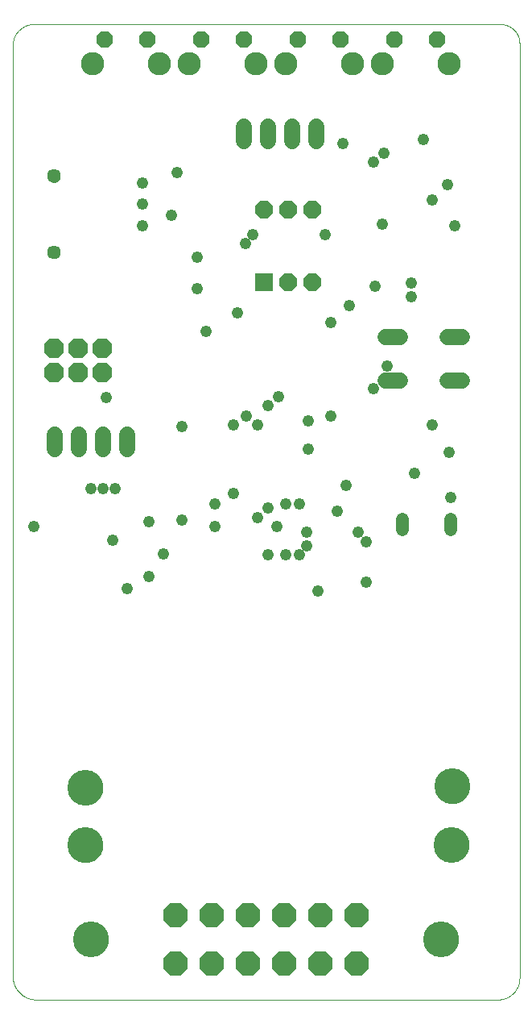
<source format=gbs>
G75*
%MOIN*%
%OFA0B0*%
%FSLAX25Y25*%
%IPPOS*%
%LPD*%
%AMOC8*
5,1,8,0,0,1.08239X$1,22.5*
%
%ADD10C,0.00000*%
%ADD11C,0.14800*%
%ADD12R,0.07200X0.07200*%
%ADD13OC8,0.07200*%
%ADD14C,0.06800*%
%ADD15C,0.05200*%
%ADD16OC8,0.06800*%
%ADD17C,0.09650*%
%ADD18OC8,0.08200*%
%ADD19OC8,0.10249*%
%ADD20C,0.06737*%
%ADD21C,0.05721*%
%ADD22C,0.04800*%
D10*
X0032652Y0010767D02*
X0032652Y0395526D01*
X0032651Y0395526D02*
X0032654Y0395737D01*
X0032661Y0395947D01*
X0032674Y0396158D01*
X0032692Y0396368D01*
X0032715Y0396577D01*
X0032743Y0396786D01*
X0032775Y0396994D01*
X0032813Y0397201D01*
X0032856Y0397408D01*
X0032904Y0397613D01*
X0032957Y0397817D01*
X0033015Y0398019D01*
X0033078Y0398221D01*
X0033145Y0398420D01*
X0033218Y0398618D01*
X0033295Y0398814D01*
X0033377Y0399008D01*
X0033463Y0399201D01*
X0033554Y0399391D01*
X0033650Y0399578D01*
X0033750Y0399764D01*
X0033855Y0399947D01*
X0033964Y0400127D01*
X0034077Y0400305D01*
X0034195Y0400480D01*
X0034316Y0400651D01*
X0034442Y0400820D01*
X0034572Y0400986D01*
X0034706Y0401149D01*
X0034844Y0401308D01*
X0034986Y0401464D01*
X0035131Y0401617D01*
X0035280Y0401766D01*
X0035433Y0401911D01*
X0035589Y0402053D01*
X0035748Y0402191D01*
X0035911Y0402325D01*
X0036077Y0402455D01*
X0036246Y0402581D01*
X0036417Y0402702D01*
X0036592Y0402820D01*
X0036770Y0402933D01*
X0036950Y0403042D01*
X0037133Y0403147D01*
X0037319Y0403247D01*
X0037506Y0403343D01*
X0037696Y0403434D01*
X0037889Y0403520D01*
X0038083Y0403602D01*
X0038279Y0403679D01*
X0038477Y0403752D01*
X0038676Y0403819D01*
X0038878Y0403882D01*
X0039080Y0403940D01*
X0039284Y0403993D01*
X0039489Y0404041D01*
X0039696Y0404084D01*
X0039903Y0404122D01*
X0040111Y0404154D01*
X0040320Y0404182D01*
X0040529Y0404205D01*
X0040739Y0404223D01*
X0040950Y0404236D01*
X0041160Y0404243D01*
X0041371Y0404246D01*
X0041371Y0404245D02*
X0234687Y0404245D01*
X0234878Y0404243D01*
X0235068Y0404236D01*
X0235258Y0404224D01*
X0235448Y0404208D01*
X0235638Y0404188D01*
X0235826Y0404162D01*
X0236015Y0404132D01*
X0236202Y0404098D01*
X0236389Y0404059D01*
X0236574Y0404016D01*
X0236759Y0403968D01*
X0236942Y0403916D01*
X0237124Y0403859D01*
X0237304Y0403798D01*
X0237483Y0403733D01*
X0237661Y0403663D01*
X0237836Y0403589D01*
X0238010Y0403511D01*
X0238182Y0403428D01*
X0238352Y0403342D01*
X0238519Y0403251D01*
X0238685Y0403156D01*
X0238848Y0403058D01*
X0239009Y0402955D01*
X0239167Y0402849D01*
X0239322Y0402739D01*
X0239475Y0402625D01*
X0239625Y0402508D01*
X0239772Y0402386D01*
X0239916Y0402262D01*
X0240057Y0402134D01*
X0240195Y0402002D01*
X0240330Y0401867D01*
X0240462Y0401729D01*
X0240590Y0401588D01*
X0240714Y0401444D01*
X0240836Y0401297D01*
X0240953Y0401147D01*
X0241067Y0400994D01*
X0241177Y0400839D01*
X0241283Y0400681D01*
X0241386Y0400520D01*
X0241484Y0400357D01*
X0241579Y0400191D01*
X0241670Y0400024D01*
X0241756Y0399854D01*
X0241839Y0399682D01*
X0241917Y0399508D01*
X0241991Y0399333D01*
X0242061Y0399155D01*
X0242126Y0398976D01*
X0242187Y0398796D01*
X0242244Y0398614D01*
X0242296Y0398431D01*
X0242344Y0398246D01*
X0242387Y0398061D01*
X0242426Y0397874D01*
X0242460Y0397687D01*
X0242490Y0397498D01*
X0242516Y0397310D01*
X0242536Y0397120D01*
X0242552Y0396930D01*
X0242564Y0396740D01*
X0242571Y0396550D01*
X0242573Y0396359D01*
X0242573Y0009978D01*
X0242570Y0009761D01*
X0242563Y0009544D01*
X0242549Y0009328D01*
X0242531Y0009111D01*
X0242508Y0008896D01*
X0242479Y0008681D01*
X0242445Y0008466D01*
X0242406Y0008253D01*
X0242361Y0008041D01*
X0242312Y0007829D01*
X0242258Y0007619D01*
X0242198Y0007411D01*
X0242134Y0007204D01*
X0242064Y0006998D01*
X0241990Y0006794D01*
X0241910Y0006592D01*
X0241826Y0006393D01*
X0241737Y0006195D01*
X0241643Y0005999D01*
X0241545Y0005806D01*
X0241441Y0005615D01*
X0241334Y0005427D01*
X0241222Y0005241D01*
X0241105Y0005058D01*
X0240984Y0004878D01*
X0240858Y0004701D01*
X0240729Y0004527D01*
X0240595Y0004356D01*
X0240457Y0004189D01*
X0240315Y0004024D01*
X0240169Y0003864D01*
X0240020Y0003707D01*
X0239866Y0003553D01*
X0239709Y0003404D01*
X0239549Y0003258D01*
X0239384Y0003116D01*
X0239217Y0002978D01*
X0239046Y0002844D01*
X0238872Y0002715D01*
X0238695Y0002589D01*
X0238515Y0002468D01*
X0238332Y0002351D01*
X0238146Y0002239D01*
X0237958Y0002132D01*
X0237767Y0002028D01*
X0237574Y0001930D01*
X0237378Y0001836D01*
X0237180Y0001747D01*
X0236981Y0001663D01*
X0236779Y0001583D01*
X0236575Y0001509D01*
X0236369Y0001439D01*
X0236162Y0001375D01*
X0235954Y0001315D01*
X0235744Y0001261D01*
X0235532Y0001212D01*
X0235320Y0001167D01*
X0235107Y0001128D01*
X0234892Y0001094D01*
X0234677Y0001065D01*
X0234462Y0001042D01*
X0234245Y0001024D01*
X0234029Y0001010D01*
X0233812Y0001003D01*
X0233595Y0001000D01*
X0042418Y0001000D01*
X0042182Y0001003D01*
X0041946Y0001011D01*
X0041711Y0001026D01*
X0041475Y0001046D01*
X0041241Y0001071D01*
X0041007Y0001102D01*
X0040774Y0001139D01*
X0040541Y0001182D01*
X0040310Y0001230D01*
X0040081Y0001284D01*
X0039852Y0001343D01*
X0039625Y0001408D01*
X0039400Y0001478D01*
X0039176Y0001554D01*
X0038955Y0001635D01*
X0038735Y0001721D01*
X0038517Y0001813D01*
X0038302Y0001910D01*
X0038089Y0002012D01*
X0037879Y0002119D01*
X0037671Y0002231D01*
X0037467Y0002348D01*
X0037265Y0002470D01*
X0037066Y0002597D01*
X0036870Y0002729D01*
X0036677Y0002865D01*
X0036488Y0003006D01*
X0036302Y0003152D01*
X0036120Y0003302D01*
X0035941Y0003456D01*
X0035767Y0003615D01*
X0035596Y0003778D01*
X0035429Y0003945D01*
X0035266Y0004116D01*
X0035107Y0004290D01*
X0034953Y0004469D01*
X0034803Y0004651D01*
X0034657Y0004837D01*
X0034516Y0005026D01*
X0034380Y0005219D01*
X0034248Y0005415D01*
X0034121Y0005614D01*
X0033999Y0005816D01*
X0033882Y0006020D01*
X0033770Y0006228D01*
X0033663Y0006438D01*
X0033561Y0006651D01*
X0033464Y0006866D01*
X0033372Y0007084D01*
X0033286Y0007304D01*
X0033205Y0007525D01*
X0033129Y0007749D01*
X0033059Y0007974D01*
X0032994Y0008201D01*
X0032935Y0008430D01*
X0032881Y0008659D01*
X0032833Y0008890D01*
X0032790Y0009123D01*
X0032753Y0009356D01*
X0032722Y0009590D01*
X0032697Y0009824D01*
X0032677Y0010060D01*
X0032662Y0010295D01*
X0032654Y0010531D01*
X0032651Y0010767D01*
X0058152Y0026000D02*
X0058154Y0026172D01*
X0058160Y0026343D01*
X0058171Y0026515D01*
X0058186Y0026686D01*
X0058205Y0026857D01*
X0058228Y0027027D01*
X0058255Y0027197D01*
X0058287Y0027366D01*
X0058322Y0027534D01*
X0058362Y0027701D01*
X0058406Y0027867D01*
X0058453Y0028032D01*
X0058505Y0028196D01*
X0058561Y0028358D01*
X0058621Y0028519D01*
X0058685Y0028679D01*
X0058753Y0028837D01*
X0058824Y0028993D01*
X0058899Y0029147D01*
X0058979Y0029300D01*
X0059061Y0029450D01*
X0059148Y0029599D01*
X0059238Y0029745D01*
X0059332Y0029889D01*
X0059429Y0030031D01*
X0059530Y0030170D01*
X0059634Y0030307D01*
X0059741Y0030441D01*
X0059852Y0030572D01*
X0059965Y0030701D01*
X0060082Y0030827D01*
X0060202Y0030950D01*
X0060325Y0031070D01*
X0060451Y0031187D01*
X0060580Y0031300D01*
X0060711Y0031411D01*
X0060845Y0031518D01*
X0060982Y0031622D01*
X0061121Y0031723D01*
X0061263Y0031820D01*
X0061407Y0031914D01*
X0061553Y0032004D01*
X0061702Y0032091D01*
X0061852Y0032173D01*
X0062005Y0032253D01*
X0062159Y0032328D01*
X0062315Y0032399D01*
X0062473Y0032467D01*
X0062633Y0032531D01*
X0062794Y0032591D01*
X0062956Y0032647D01*
X0063120Y0032699D01*
X0063285Y0032746D01*
X0063451Y0032790D01*
X0063618Y0032830D01*
X0063786Y0032865D01*
X0063955Y0032897D01*
X0064125Y0032924D01*
X0064295Y0032947D01*
X0064466Y0032966D01*
X0064637Y0032981D01*
X0064809Y0032992D01*
X0064980Y0032998D01*
X0065152Y0033000D01*
X0065324Y0032998D01*
X0065495Y0032992D01*
X0065667Y0032981D01*
X0065838Y0032966D01*
X0066009Y0032947D01*
X0066179Y0032924D01*
X0066349Y0032897D01*
X0066518Y0032865D01*
X0066686Y0032830D01*
X0066853Y0032790D01*
X0067019Y0032746D01*
X0067184Y0032699D01*
X0067348Y0032647D01*
X0067510Y0032591D01*
X0067671Y0032531D01*
X0067831Y0032467D01*
X0067989Y0032399D01*
X0068145Y0032328D01*
X0068299Y0032253D01*
X0068452Y0032173D01*
X0068602Y0032091D01*
X0068751Y0032004D01*
X0068897Y0031914D01*
X0069041Y0031820D01*
X0069183Y0031723D01*
X0069322Y0031622D01*
X0069459Y0031518D01*
X0069593Y0031411D01*
X0069724Y0031300D01*
X0069853Y0031187D01*
X0069979Y0031070D01*
X0070102Y0030950D01*
X0070222Y0030827D01*
X0070339Y0030701D01*
X0070452Y0030572D01*
X0070563Y0030441D01*
X0070670Y0030307D01*
X0070774Y0030170D01*
X0070875Y0030031D01*
X0070972Y0029889D01*
X0071066Y0029745D01*
X0071156Y0029599D01*
X0071243Y0029450D01*
X0071325Y0029300D01*
X0071405Y0029147D01*
X0071480Y0028993D01*
X0071551Y0028837D01*
X0071619Y0028679D01*
X0071683Y0028519D01*
X0071743Y0028358D01*
X0071799Y0028196D01*
X0071851Y0028032D01*
X0071898Y0027867D01*
X0071942Y0027701D01*
X0071982Y0027534D01*
X0072017Y0027366D01*
X0072049Y0027197D01*
X0072076Y0027027D01*
X0072099Y0026857D01*
X0072118Y0026686D01*
X0072133Y0026515D01*
X0072144Y0026343D01*
X0072150Y0026172D01*
X0072152Y0026000D01*
X0072150Y0025828D01*
X0072144Y0025657D01*
X0072133Y0025485D01*
X0072118Y0025314D01*
X0072099Y0025143D01*
X0072076Y0024973D01*
X0072049Y0024803D01*
X0072017Y0024634D01*
X0071982Y0024466D01*
X0071942Y0024299D01*
X0071898Y0024133D01*
X0071851Y0023968D01*
X0071799Y0023804D01*
X0071743Y0023642D01*
X0071683Y0023481D01*
X0071619Y0023321D01*
X0071551Y0023163D01*
X0071480Y0023007D01*
X0071405Y0022853D01*
X0071325Y0022700D01*
X0071243Y0022550D01*
X0071156Y0022401D01*
X0071066Y0022255D01*
X0070972Y0022111D01*
X0070875Y0021969D01*
X0070774Y0021830D01*
X0070670Y0021693D01*
X0070563Y0021559D01*
X0070452Y0021428D01*
X0070339Y0021299D01*
X0070222Y0021173D01*
X0070102Y0021050D01*
X0069979Y0020930D01*
X0069853Y0020813D01*
X0069724Y0020700D01*
X0069593Y0020589D01*
X0069459Y0020482D01*
X0069322Y0020378D01*
X0069183Y0020277D01*
X0069041Y0020180D01*
X0068897Y0020086D01*
X0068751Y0019996D01*
X0068602Y0019909D01*
X0068452Y0019827D01*
X0068299Y0019747D01*
X0068145Y0019672D01*
X0067989Y0019601D01*
X0067831Y0019533D01*
X0067671Y0019469D01*
X0067510Y0019409D01*
X0067348Y0019353D01*
X0067184Y0019301D01*
X0067019Y0019254D01*
X0066853Y0019210D01*
X0066686Y0019170D01*
X0066518Y0019135D01*
X0066349Y0019103D01*
X0066179Y0019076D01*
X0066009Y0019053D01*
X0065838Y0019034D01*
X0065667Y0019019D01*
X0065495Y0019008D01*
X0065324Y0019002D01*
X0065152Y0019000D01*
X0064980Y0019002D01*
X0064809Y0019008D01*
X0064637Y0019019D01*
X0064466Y0019034D01*
X0064295Y0019053D01*
X0064125Y0019076D01*
X0063955Y0019103D01*
X0063786Y0019135D01*
X0063618Y0019170D01*
X0063451Y0019210D01*
X0063285Y0019254D01*
X0063120Y0019301D01*
X0062956Y0019353D01*
X0062794Y0019409D01*
X0062633Y0019469D01*
X0062473Y0019533D01*
X0062315Y0019601D01*
X0062159Y0019672D01*
X0062005Y0019747D01*
X0061852Y0019827D01*
X0061702Y0019909D01*
X0061553Y0019996D01*
X0061407Y0020086D01*
X0061263Y0020180D01*
X0061121Y0020277D01*
X0060982Y0020378D01*
X0060845Y0020482D01*
X0060711Y0020589D01*
X0060580Y0020700D01*
X0060451Y0020813D01*
X0060325Y0020930D01*
X0060202Y0021050D01*
X0060082Y0021173D01*
X0059965Y0021299D01*
X0059852Y0021428D01*
X0059741Y0021559D01*
X0059634Y0021693D01*
X0059530Y0021830D01*
X0059429Y0021969D01*
X0059332Y0022111D01*
X0059238Y0022255D01*
X0059148Y0022401D01*
X0059061Y0022550D01*
X0058979Y0022700D01*
X0058899Y0022853D01*
X0058824Y0023007D01*
X0058753Y0023163D01*
X0058685Y0023321D01*
X0058621Y0023481D01*
X0058561Y0023642D01*
X0058505Y0023804D01*
X0058453Y0023968D01*
X0058406Y0024133D01*
X0058362Y0024299D01*
X0058322Y0024466D01*
X0058287Y0024634D01*
X0058255Y0024803D01*
X0058228Y0024973D01*
X0058205Y0025143D01*
X0058186Y0025314D01*
X0058171Y0025485D01*
X0058160Y0025657D01*
X0058154Y0025828D01*
X0058152Y0026000D01*
X0055822Y0064839D02*
X0055824Y0065011D01*
X0055830Y0065182D01*
X0055841Y0065354D01*
X0055856Y0065525D01*
X0055875Y0065696D01*
X0055898Y0065866D01*
X0055925Y0066036D01*
X0055957Y0066205D01*
X0055992Y0066373D01*
X0056032Y0066540D01*
X0056076Y0066706D01*
X0056123Y0066871D01*
X0056175Y0067035D01*
X0056231Y0067197D01*
X0056291Y0067358D01*
X0056355Y0067518D01*
X0056423Y0067676D01*
X0056494Y0067832D01*
X0056569Y0067986D01*
X0056649Y0068139D01*
X0056731Y0068289D01*
X0056818Y0068438D01*
X0056908Y0068584D01*
X0057002Y0068728D01*
X0057099Y0068870D01*
X0057200Y0069009D01*
X0057304Y0069146D01*
X0057411Y0069280D01*
X0057522Y0069411D01*
X0057635Y0069540D01*
X0057752Y0069666D01*
X0057872Y0069789D01*
X0057995Y0069909D01*
X0058121Y0070026D01*
X0058250Y0070139D01*
X0058381Y0070250D01*
X0058515Y0070357D01*
X0058652Y0070461D01*
X0058791Y0070562D01*
X0058933Y0070659D01*
X0059077Y0070753D01*
X0059223Y0070843D01*
X0059372Y0070930D01*
X0059522Y0071012D01*
X0059675Y0071092D01*
X0059829Y0071167D01*
X0059985Y0071238D01*
X0060143Y0071306D01*
X0060303Y0071370D01*
X0060464Y0071430D01*
X0060626Y0071486D01*
X0060790Y0071538D01*
X0060955Y0071585D01*
X0061121Y0071629D01*
X0061288Y0071669D01*
X0061456Y0071704D01*
X0061625Y0071736D01*
X0061795Y0071763D01*
X0061965Y0071786D01*
X0062136Y0071805D01*
X0062307Y0071820D01*
X0062479Y0071831D01*
X0062650Y0071837D01*
X0062822Y0071839D01*
X0062994Y0071837D01*
X0063165Y0071831D01*
X0063337Y0071820D01*
X0063508Y0071805D01*
X0063679Y0071786D01*
X0063849Y0071763D01*
X0064019Y0071736D01*
X0064188Y0071704D01*
X0064356Y0071669D01*
X0064523Y0071629D01*
X0064689Y0071585D01*
X0064854Y0071538D01*
X0065018Y0071486D01*
X0065180Y0071430D01*
X0065341Y0071370D01*
X0065501Y0071306D01*
X0065659Y0071238D01*
X0065815Y0071167D01*
X0065969Y0071092D01*
X0066122Y0071012D01*
X0066272Y0070930D01*
X0066421Y0070843D01*
X0066567Y0070753D01*
X0066711Y0070659D01*
X0066853Y0070562D01*
X0066992Y0070461D01*
X0067129Y0070357D01*
X0067263Y0070250D01*
X0067394Y0070139D01*
X0067523Y0070026D01*
X0067649Y0069909D01*
X0067772Y0069789D01*
X0067892Y0069666D01*
X0068009Y0069540D01*
X0068122Y0069411D01*
X0068233Y0069280D01*
X0068340Y0069146D01*
X0068444Y0069009D01*
X0068545Y0068870D01*
X0068642Y0068728D01*
X0068736Y0068584D01*
X0068826Y0068438D01*
X0068913Y0068289D01*
X0068995Y0068139D01*
X0069075Y0067986D01*
X0069150Y0067832D01*
X0069221Y0067676D01*
X0069289Y0067518D01*
X0069353Y0067358D01*
X0069413Y0067197D01*
X0069469Y0067035D01*
X0069521Y0066871D01*
X0069568Y0066706D01*
X0069612Y0066540D01*
X0069652Y0066373D01*
X0069687Y0066205D01*
X0069719Y0066036D01*
X0069746Y0065866D01*
X0069769Y0065696D01*
X0069788Y0065525D01*
X0069803Y0065354D01*
X0069814Y0065182D01*
X0069820Y0065011D01*
X0069822Y0064839D01*
X0069820Y0064667D01*
X0069814Y0064496D01*
X0069803Y0064324D01*
X0069788Y0064153D01*
X0069769Y0063982D01*
X0069746Y0063812D01*
X0069719Y0063642D01*
X0069687Y0063473D01*
X0069652Y0063305D01*
X0069612Y0063138D01*
X0069568Y0062972D01*
X0069521Y0062807D01*
X0069469Y0062643D01*
X0069413Y0062481D01*
X0069353Y0062320D01*
X0069289Y0062160D01*
X0069221Y0062002D01*
X0069150Y0061846D01*
X0069075Y0061692D01*
X0068995Y0061539D01*
X0068913Y0061389D01*
X0068826Y0061240D01*
X0068736Y0061094D01*
X0068642Y0060950D01*
X0068545Y0060808D01*
X0068444Y0060669D01*
X0068340Y0060532D01*
X0068233Y0060398D01*
X0068122Y0060267D01*
X0068009Y0060138D01*
X0067892Y0060012D01*
X0067772Y0059889D01*
X0067649Y0059769D01*
X0067523Y0059652D01*
X0067394Y0059539D01*
X0067263Y0059428D01*
X0067129Y0059321D01*
X0066992Y0059217D01*
X0066853Y0059116D01*
X0066711Y0059019D01*
X0066567Y0058925D01*
X0066421Y0058835D01*
X0066272Y0058748D01*
X0066122Y0058666D01*
X0065969Y0058586D01*
X0065815Y0058511D01*
X0065659Y0058440D01*
X0065501Y0058372D01*
X0065341Y0058308D01*
X0065180Y0058248D01*
X0065018Y0058192D01*
X0064854Y0058140D01*
X0064689Y0058093D01*
X0064523Y0058049D01*
X0064356Y0058009D01*
X0064188Y0057974D01*
X0064019Y0057942D01*
X0063849Y0057915D01*
X0063679Y0057892D01*
X0063508Y0057873D01*
X0063337Y0057858D01*
X0063165Y0057847D01*
X0062994Y0057841D01*
X0062822Y0057839D01*
X0062650Y0057841D01*
X0062479Y0057847D01*
X0062307Y0057858D01*
X0062136Y0057873D01*
X0061965Y0057892D01*
X0061795Y0057915D01*
X0061625Y0057942D01*
X0061456Y0057974D01*
X0061288Y0058009D01*
X0061121Y0058049D01*
X0060955Y0058093D01*
X0060790Y0058140D01*
X0060626Y0058192D01*
X0060464Y0058248D01*
X0060303Y0058308D01*
X0060143Y0058372D01*
X0059985Y0058440D01*
X0059829Y0058511D01*
X0059675Y0058586D01*
X0059522Y0058666D01*
X0059372Y0058748D01*
X0059223Y0058835D01*
X0059077Y0058925D01*
X0058933Y0059019D01*
X0058791Y0059116D01*
X0058652Y0059217D01*
X0058515Y0059321D01*
X0058381Y0059428D01*
X0058250Y0059539D01*
X0058121Y0059652D01*
X0057995Y0059769D01*
X0057872Y0059889D01*
X0057752Y0060012D01*
X0057635Y0060138D01*
X0057522Y0060267D01*
X0057411Y0060398D01*
X0057304Y0060532D01*
X0057200Y0060669D01*
X0057099Y0060808D01*
X0057002Y0060950D01*
X0056908Y0061094D01*
X0056818Y0061240D01*
X0056731Y0061389D01*
X0056649Y0061539D01*
X0056569Y0061692D01*
X0056494Y0061846D01*
X0056423Y0062002D01*
X0056355Y0062160D01*
X0056291Y0062320D01*
X0056231Y0062481D01*
X0056175Y0062643D01*
X0056123Y0062807D01*
X0056076Y0062972D01*
X0056032Y0063138D01*
X0055992Y0063305D01*
X0055957Y0063473D01*
X0055925Y0063642D01*
X0055898Y0063812D01*
X0055875Y0063982D01*
X0055856Y0064153D01*
X0055841Y0064324D01*
X0055830Y0064496D01*
X0055824Y0064667D01*
X0055822Y0064839D01*
X0055891Y0088621D02*
X0055893Y0088793D01*
X0055899Y0088964D01*
X0055910Y0089136D01*
X0055925Y0089307D01*
X0055944Y0089478D01*
X0055967Y0089648D01*
X0055994Y0089818D01*
X0056026Y0089987D01*
X0056061Y0090155D01*
X0056101Y0090322D01*
X0056145Y0090488D01*
X0056192Y0090653D01*
X0056244Y0090817D01*
X0056300Y0090979D01*
X0056360Y0091140D01*
X0056424Y0091300D01*
X0056492Y0091458D01*
X0056563Y0091614D01*
X0056638Y0091768D01*
X0056718Y0091921D01*
X0056800Y0092071D01*
X0056887Y0092220D01*
X0056977Y0092366D01*
X0057071Y0092510D01*
X0057168Y0092652D01*
X0057269Y0092791D01*
X0057373Y0092928D01*
X0057480Y0093062D01*
X0057591Y0093193D01*
X0057704Y0093322D01*
X0057821Y0093448D01*
X0057941Y0093571D01*
X0058064Y0093691D01*
X0058190Y0093808D01*
X0058319Y0093921D01*
X0058450Y0094032D01*
X0058584Y0094139D01*
X0058721Y0094243D01*
X0058860Y0094344D01*
X0059002Y0094441D01*
X0059146Y0094535D01*
X0059292Y0094625D01*
X0059441Y0094712D01*
X0059591Y0094794D01*
X0059744Y0094874D01*
X0059898Y0094949D01*
X0060054Y0095020D01*
X0060212Y0095088D01*
X0060372Y0095152D01*
X0060533Y0095212D01*
X0060695Y0095268D01*
X0060859Y0095320D01*
X0061024Y0095367D01*
X0061190Y0095411D01*
X0061357Y0095451D01*
X0061525Y0095486D01*
X0061694Y0095518D01*
X0061864Y0095545D01*
X0062034Y0095568D01*
X0062205Y0095587D01*
X0062376Y0095602D01*
X0062548Y0095613D01*
X0062719Y0095619D01*
X0062891Y0095621D01*
X0063063Y0095619D01*
X0063234Y0095613D01*
X0063406Y0095602D01*
X0063577Y0095587D01*
X0063748Y0095568D01*
X0063918Y0095545D01*
X0064088Y0095518D01*
X0064257Y0095486D01*
X0064425Y0095451D01*
X0064592Y0095411D01*
X0064758Y0095367D01*
X0064923Y0095320D01*
X0065087Y0095268D01*
X0065249Y0095212D01*
X0065410Y0095152D01*
X0065570Y0095088D01*
X0065728Y0095020D01*
X0065884Y0094949D01*
X0066038Y0094874D01*
X0066191Y0094794D01*
X0066341Y0094712D01*
X0066490Y0094625D01*
X0066636Y0094535D01*
X0066780Y0094441D01*
X0066922Y0094344D01*
X0067061Y0094243D01*
X0067198Y0094139D01*
X0067332Y0094032D01*
X0067463Y0093921D01*
X0067592Y0093808D01*
X0067718Y0093691D01*
X0067841Y0093571D01*
X0067961Y0093448D01*
X0068078Y0093322D01*
X0068191Y0093193D01*
X0068302Y0093062D01*
X0068409Y0092928D01*
X0068513Y0092791D01*
X0068614Y0092652D01*
X0068711Y0092510D01*
X0068805Y0092366D01*
X0068895Y0092220D01*
X0068982Y0092071D01*
X0069064Y0091921D01*
X0069144Y0091768D01*
X0069219Y0091614D01*
X0069290Y0091458D01*
X0069358Y0091300D01*
X0069422Y0091140D01*
X0069482Y0090979D01*
X0069538Y0090817D01*
X0069590Y0090653D01*
X0069637Y0090488D01*
X0069681Y0090322D01*
X0069721Y0090155D01*
X0069756Y0089987D01*
X0069788Y0089818D01*
X0069815Y0089648D01*
X0069838Y0089478D01*
X0069857Y0089307D01*
X0069872Y0089136D01*
X0069883Y0088964D01*
X0069889Y0088793D01*
X0069891Y0088621D01*
X0069889Y0088449D01*
X0069883Y0088278D01*
X0069872Y0088106D01*
X0069857Y0087935D01*
X0069838Y0087764D01*
X0069815Y0087594D01*
X0069788Y0087424D01*
X0069756Y0087255D01*
X0069721Y0087087D01*
X0069681Y0086920D01*
X0069637Y0086754D01*
X0069590Y0086589D01*
X0069538Y0086425D01*
X0069482Y0086263D01*
X0069422Y0086102D01*
X0069358Y0085942D01*
X0069290Y0085784D01*
X0069219Y0085628D01*
X0069144Y0085474D01*
X0069064Y0085321D01*
X0068982Y0085171D01*
X0068895Y0085022D01*
X0068805Y0084876D01*
X0068711Y0084732D01*
X0068614Y0084590D01*
X0068513Y0084451D01*
X0068409Y0084314D01*
X0068302Y0084180D01*
X0068191Y0084049D01*
X0068078Y0083920D01*
X0067961Y0083794D01*
X0067841Y0083671D01*
X0067718Y0083551D01*
X0067592Y0083434D01*
X0067463Y0083321D01*
X0067332Y0083210D01*
X0067198Y0083103D01*
X0067061Y0082999D01*
X0066922Y0082898D01*
X0066780Y0082801D01*
X0066636Y0082707D01*
X0066490Y0082617D01*
X0066341Y0082530D01*
X0066191Y0082448D01*
X0066038Y0082368D01*
X0065884Y0082293D01*
X0065728Y0082222D01*
X0065570Y0082154D01*
X0065410Y0082090D01*
X0065249Y0082030D01*
X0065087Y0081974D01*
X0064923Y0081922D01*
X0064758Y0081875D01*
X0064592Y0081831D01*
X0064425Y0081791D01*
X0064257Y0081756D01*
X0064088Y0081724D01*
X0063918Y0081697D01*
X0063748Y0081674D01*
X0063577Y0081655D01*
X0063406Y0081640D01*
X0063234Y0081629D01*
X0063063Y0081623D01*
X0062891Y0081621D01*
X0062719Y0081623D01*
X0062548Y0081629D01*
X0062376Y0081640D01*
X0062205Y0081655D01*
X0062034Y0081674D01*
X0061864Y0081697D01*
X0061694Y0081724D01*
X0061525Y0081756D01*
X0061357Y0081791D01*
X0061190Y0081831D01*
X0061024Y0081875D01*
X0060859Y0081922D01*
X0060695Y0081974D01*
X0060533Y0082030D01*
X0060372Y0082090D01*
X0060212Y0082154D01*
X0060054Y0082222D01*
X0059898Y0082293D01*
X0059744Y0082368D01*
X0059591Y0082448D01*
X0059441Y0082530D01*
X0059292Y0082617D01*
X0059146Y0082707D01*
X0059002Y0082801D01*
X0058860Y0082898D01*
X0058721Y0082999D01*
X0058584Y0083103D01*
X0058450Y0083210D01*
X0058319Y0083321D01*
X0058190Y0083434D01*
X0058064Y0083551D01*
X0057941Y0083671D01*
X0057821Y0083794D01*
X0057704Y0083920D01*
X0057591Y0084049D01*
X0057480Y0084180D01*
X0057373Y0084314D01*
X0057269Y0084451D01*
X0057168Y0084590D01*
X0057071Y0084732D01*
X0056977Y0084876D01*
X0056887Y0085022D01*
X0056800Y0085171D01*
X0056718Y0085321D01*
X0056638Y0085474D01*
X0056563Y0085628D01*
X0056492Y0085784D01*
X0056424Y0085942D01*
X0056360Y0086102D01*
X0056300Y0086263D01*
X0056244Y0086425D01*
X0056192Y0086589D01*
X0056145Y0086754D01*
X0056101Y0086920D01*
X0056061Y0087087D01*
X0056026Y0087255D01*
X0055994Y0087424D01*
X0055967Y0087594D01*
X0055944Y0087764D01*
X0055925Y0087935D01*
X0055910Y0088106D01*
X0055899Y0088278D01*
X0055893Y0088449D01*
X0055891Y0088621D01*
X0047274Y0309944D02*
X0047276Y0310043D01*
X0047282Y0310142D01*
X0047292Y0310241D01*
X0047306Y0310339D01*
X0047324Y0310436D01*
X0047346Y0310533D01*
X0047371Y0310629D01*
X0047401Y0310723D01*
X0047434Y0310817D01*
X0047471Y0310909D01*
X0047512Y0310999D01*
X0047556Y0311088D01*
X0047604Y0311174D01*
X0047655Y0311259D01*
X0047710Y0311342D01*
X0047768Y0311422D01*
X0047829Y0311500D01*
X0047893Y0311576D01*
X0047960Y0311649D01*
X0048030Y0311719D01*
X0048103Y0311786D01*
X0048179Y0311850D01*
X0048257Y0311911D01*
X0048337Y0311969D01*
X0048420Y0312024D01*
X0048504Y0312075D01*
X0048591Y0312123D01*
X0048680Y0312167D01*
X0048770Y0312208D01*
X0048862Y0312245D01*
X0048956Y0312278D01*
X0049050Y0312308D01*
X0049146Y0312333D01*
X0049243Y0312355D01*
X0049340Y0312373D01*
X0049438Y0312387D01*
X0049537Y0312397D01*
X0049636Y0312403D01*
X0049735Y0312405D01*
X0049834Y0312403D01*
X0049933Y0312397D01*
X0050032Y0312387D01*
X0050130Y0312373D01*
X0050227Y0312355D01*
X0050324Y0312333D01*
X0050420Y0312308D01*
X0050514Y0312278D01*
X0050608Y0312245D01*
X0050700Y0312208D01*
X0050790Y0312167D01*
X0050879Y0312123D01*
X0050965Y0312075D01*
X0051050Y0312024D01*
X0051133Y0311969D01*
X0051213Y0311911D01*
X0051291Y0311850D01*
X0051367Y0311786D01*
X0051440Y0311719D01*
X0051510Y0311649D01*
X0051577Y0311576D01*
X0051641Y0311500D01*
X0051702Y0311422D01*
X0051760Y0311342D01*
X0051815Y0311259D01*
X0051866Y0311175D01*
X0051914Y0311088D01*
X0051958Y0310999D01*
X0051999Y0310909D01*
X0052036Y0310817D01*
X0052069Y0310723D01*
X0052099Y0310629D01*
X0052124Y0310533D01*
X0052146Y0310436D01*
X0052164Y0310339D01*
X0052178Y0310241D01*
X0052188Y0310142D01*
X0052194Y0310043D01*
X0052196Y0309944D01*
X0052194Y0309845D01*
X0052188Y0309746D01*
X0052178Y0309647D01*
X0052164Y0309549D01*
X0052146Y0309452D01*
X0052124Y0309355D01*
X0052099Y0309259D01*
X0052069Y0309165D01*
X0052036Y0309071D01*
X0051999Y0308979D01*
X0051958Y0308889D01*
X0051914Y0308800D01*
X0051866Y0308714D01*
X0051815Y0308629D01*
X0051760Y0308546D01*
X0051702Y0308466D01*
X0051641Y0308388D01*
X0051577Y0308312D01*
X0051510Y0308239D01*
X0051440Y0308169D01*
X0051367Y0308102D01*
X0051291Y0308038D01*
X0051213Y0307977D01*
X0051133Y0307919D01*
X0051050Y0307864D01*
X0050966Y0307813D01*
X0050879Y0307765D01*
X0050790Y0307721D01*
X0050700Y0307680D01*
X0050608Y0307643D01*
X0050514Y0307610D01*
X0050420Y0307580D01*
X0050324Y0307555D01*
X0050227Y0307533D01*
X0050130Y0307515D01*
X0050032Y0307501D01*
X0049933Y0307491D01*
X0049834Y0307485D01*
X0049735Y0307483D01*
X0049636Y0307485D01*
X0049537Y0307491D01*
X0049438Y0307501D01*
X0049340Y0307515D01*
X0049243Y0307533D01*
X0049146Y0307555D01*
X0049050Y0307580D01*
X0048956Y0307610D01*
X0048862Y0307643D01*
X0048770Y0307680D01*
X0048680Y0307721D01*
X0048591Y0307765D01*
X0048505Y0307813D01*
X0048420Y0307864D01*
X0048337Y0307919D01*
X0048257Y0307977D01*
X0048179Y0308038D01*
X0048103Y0308102D01*
X0048030Y0308169D01*
X0047960Y0308239D01*
X0047893Y0308312D01*
X0047829Y0308388D01*
X0047768Y0308466D01*
X0047710Y0308546D01*
X0047655Y0308629D01*
X0047604Y0308713D01*
X0047556Y0308800D01*
X0047512Y0308889D01*
X0047471Y0308979D01*
X0047434Y0309071D01*
X0047401Y0309165D01*
X0047371Y0309259D01*
X0047346Y0309355D01*
X0047324Y0309452D01*
X0047306Y0309549D01*
X0047292Y0309647D01*
X0047282Y0309746D01*
X0047276Y0309845D01*
X0047274Y0309944D01*
X0047274Y0341440D02*
X0047276Y0341539D01*
X0047282Y0341638D01*
X0047292Y0341737D01*
X0047306Y0341835D01*
X0047324Y0341932D01*
X0047346Y0342029D01*
X0047371Y0342125D01*
X0047401Y0342219D01*
X0047434Y0342313D01*
X0047471Y0342405D01*
X0047512Y0342495D01*
X0047556Y0342584D01*
X0047604Y0342670D01*
X0047655Y0342755D01*
X0047710Y0342838D01*
X0047768Y0342918D01*
X0047829Y0342996D01*
X0047893Y0343072D01*
X0047960Y0343145D01*
X0048030Y0343215D01*
X0048103Y0343282D01*
X0048179Y0343346D01*
X0048257Y0343407D01*
X0048337Y0343465D01*
X0048420Y0343520D01*
X0048504Y0343571D01*
X0048591Y0343619D01*
X0048680Y0343663D01*
X0048770Y0343704D01*
X0048862Y0343741D01*
X0048956Y0343774D01*
X0049050Y0343804D01*
X0049146Y0343829D01*
X0049243Y0343851D01*
X0049340Y0343869D01*
X0049438Y0343883D01*
X0049537Y0343893D01*
X0049636Y0343899D01*
X0049735Y0343901D01*
X0049834Y0343899D01*
X0049933Y0343893D01*
X0050032Y0343883D01*
X0050130Y0343869D01*
X0050227Y0343851D01*
X0050324Y0343829D01*
X0050420Y0343804D01*
X0050514Y0343774D01*
X0050608Y0343741D01*
X0050700Y0343704D01*
X0050790Y0343663D01*
X0050879Y0343619D01*
X0050965Y0343571D01*
X0051050Y0343520D01*
X0051133Y0343465D01*
X0051213Y0343407D01*
X0051291Y0343346D01*
X0051367Y0343282D01*
X0051440Y0343215D01*
X0051510Y0343145D01*
X0051577Y0343072D01*
X0051641Y0342996D01*
X0051702Y0342918D01*
X0051760Y0342838D01*
X0051815Y0342755D01*
X0051866Y0342671D01*
X0051914Y0342584D01*
X0051958Y0342495D01*
X0051999Y0342405D01*
X0052036Y0342313D01*
X0052069Y0342219D01*
X0052099Y0342125D01*
X0052124Y0342029D01*
X0052146Y0341932D01*
X0052164Y0341835D01*
X0052178Y0341737D01*
X0052188Y0341638D01*
X0052194Y0341539D01*
X0052196Y0341440D01*
X0052194Y0341341D01*
X0052188Y0341242D01*
X0052178Y0341143D01*
X0052164Y0341045D01*
X0052146Y0340948D01*
X0052124Y0340851D01*
X0052099Y0340755D01*
X0052069Y0340661D01*
X0052036Y0340567D01*
X0051999Y0340475D01*
X0051958Y0340385D01*
X0051914Y0340296D01*
X0051866Y0340210D01*
X0051815Y0340125D01*
X0051760Y0340042D01*
X0051702Y0339962D01*
X0051641Y0339884D01*
X0051577Y0339808D01*
X0051510Y0339735D01*
X0051440Y0339665D01*
X0051367Y0339598D01*
X0051291Y0339534D01*
X0051213Y0339473D01*
X0051133Y0339415D01*
X0051050Y0339360D01*
X0050966Y0339309D01*
X0050879Y0339261D01*
X0050790Y0339217D01*
X0050700Y0339176D01*
X0050608Y0339139D01*
X0050514Y0339106D01*
X0050420Y0339076D01*
X0050324Y0339051D01*
X0050227Y0339029D01*
X0050130Y0339011D01*
X0050032Y0338997D01*
X0049933Y0338987D01*
X0049834Y0338981D01*
X0049735Y0338979D01*
X0049636Y0338981D01*
X0049537Y0338987D01*
X0049438Y0338997D01*
X0049340Y0339011D01*
X0049243Y0339029D01*
X0049146Y0339051D01*
X0049050Y0339076D01*
X0048956Y0339106D01*
X0048862Y0339139D01*
X0048770Y0339176D01*
X0048680Y0339217D01*
X0048591Y0339261D01*
X0048505Y0339309D01*
X0048420Y0339360D01*
X0048337Y0339415D01*
X0048257Y0339473D01*
X0048179Y0339534D01*
X0048103Y0339598D01*
X0048030Y0339665D01*
X0047960Y0339735D01*
X0047893Y0339808D01*
X0047829Y0339884D01*
X0047768Y0339962D01*
X0047710Y0340042D01*
X0047655Y0340125D01*
X0047604Y0340209D01*
X0047556Y0340296D01*
X0047512Y0340385D01*
X0047471Y0340475D01*
X0047434Y0340567D01*
X0047401Y0340661D01*
X0047371Y0340755D01*
X0047346Y0340851D01*
X0047324Y0340948D01*
X0047306Y0341045D01*
X0047292Y0341143D01*
X0047282Y0341242D01*
X0047276Y0341341D01*
X0047274Y0341440D01*
X0207699Y0089198D02*
X0207701Y0089370D01*
X0207707Y0089541D01*
X0207718Y0089713D01*
X0207733Y0089884D01*
X0207752Y0090055D01*
X0207775Y0090225D01*
X0207802Y0090395D01*
X0207834Y0090564D01*
X0207869Y0090732D01*
X0207909Y0090899D01*
X0207953Y0091065D01*
X0208000Y0091230D01*
X0208052Y0091394D01*
X0208108Y0091556D01*
X0208168Y0091717D01*
X0208232Y0091877D01*
X0208300Y0092035D01*
X0208371Y0092191D01*
X0208446Y0092345D01*
X0208526Y0092498D01*
X0208608Y0092648D01*
X0208695Y0092797D01*
X0208785Y0092943D01*
X0208879Y0093087D01*
X0208976Y0093229D01*
X0209077Y0093368D01*
X0209181Y0093505D01*
X0209288Y0093639D01*
X0209399Y0093770D01*
X0209512Y0093899D01*
X0209629Y0094025D01*
X0209749Y0094148D01*
X0209872Y0094268D01*
X0209998Y0094385D01*
X0210127Y0094498D01*
X0210258Y0094609D01*
X0210392Y0094716D01*
X0210529Y0094820D01*
X0210668Y0094921D01*
X0210810Y0095018D01*
X0210954Y0095112D01*
X0211100Y0095202D01*
X0211249Y0095289D01*
X0211399Y0095371D01*
X0211552Y0095451D01*
X0211706Y0095526D01*
X0211862Y0095597D01*
X0212020Y0095665D01*
X0212180Y0095729D01*
X0212341Y0095789D01*
X0212503Y0095845D01*
X0212667Y0095897D01*
X0212832Y0095944D01*
X0212998Y0095988D01*
X0213165Y0096028D01*
X0213333Y0096063D01*
X0213502Y0096095D01*
X0213672Y0096122D01*
X0213842Y0096145D01*
X0214013Y0096164D01*
X0214184Y0096179D01*
X0214356Y0096190D01*
X0214527Y0096196D01*
X0214699Y0096198D01*
X0214871Y0096196D01*
X0215042Y0096190D01*
X0215214Y0096179D01*
X0215385Y0096164D01*
X0215556Y0096145D01*
X0215726Y0096122D01*
X0215896Y0096095D01*
X0216065Y0096063D01*
X0216233Y0096028D01*
X0216400Y0095988D01*
X0216566Y0095944D01*
X0216731Y0095897D01*
X0216895Y0095845D01*
X0217057Y0095789D01*
X0217218Y0095729D01*
X0217378Y0095665D01*
X0217536Y0095597D01*
X0217692Y0095526D01*
X0217846Y0095451D01*
X0217999Y0095371D01*
X0218149Y0095289D01*
X0218298Y0095202D01*
X0218444Y0095112D01*
X0218588Y0095018D01*
X0218730Y0094921D01*
X0218869Y0094820D01*
X0219006Y0094716D01*
X0219140Y0094609D01*
X0219271Y0094498D01*
X0219400Y0094385D01*
X0219526Y0094268D01*
X0219649Y0094148D01*
X0219769Y0094025D01*
X0219886Y0093899D01*
X0219999Y0093770D01*
X0220110Y0093639D01*
X0220217Y0093505D01*
X0220321Y0093368D01*
X0220422Y0093229D01*
X0220519Y0093087D01*
X0220613Y0092943D01*
X0220703Y0092797D01*
X0220790Y0092648D01*
X0220872Y0092498D01*
X0220952Y0092345D01*
X0221027Y0092191D01*
X0221098Y0092035D01*
X0221166Y0091877D01*
X0221230Y0091717D01*
X0221290Y0091556D01*
X0221346Y0091394D01*
X0221398Y0091230D01*
X0221445Y0091065D01*
X0221489Y0090899D01*
X0221529Y0090732D01*
X0221564Y0090564D01*
X0221596Y0090395D01*
X0221623Y0090225D01*
X0221646Y0090055D01*
X0221665Y0089884D01*
X0221680Y0089713D01*
X0221691Y0089541D01*
X0221697Y0089370D01*
X0221699Y0089198D01*
X0221697Y0089026D01*
X0221691Y0088855D01*
X0221680Y0088683D01*
X0221665Y0088512D01*
X0221646Y0088341D01*
X0221623Y0088171D01*
X0221596Y0088001D01*
X0221564Y0087832D01*
X0221529Y0087664D01*
X0221489Y0087497D01*
X0221445Y0087331D01*
X0221398Y0087166D01*
X0221346Y0087002D01*
X0221290Y0086840D01*
X0221230Y0086679D01*
X0221166Y0086519D01*
X0221098Y0086361D01*
X0221027Y0086205D01*
X0220952Y0086051D01*
X0220872Y0085898D01*
X0220790Y0085748D01*
X0220703Y0085599D01*
X0220613Y0085453D01*
X0220519Y0085309D01*
X0220422Y0085167D01*
X0220321Y0085028D01*
X0220217Y0084891D01*
X0220110Y0084757D01*
X0219999Y0084626D01*
X0219886Y0084497D01*
X0219769Y0084371D01*
X0219649Y0084248D01*
X0219526Y0084128D01*
X0219400Y0084011D01*
X0219271Y0083898D01*
X0219140Y0083787D01*
X0219006Y0083680D01*
X0218869Y0083576D01*
X0218730Y0083475D01*
X0218588Y0083378D01*
X0218444Y0083284D01*
X0218298Y0083194D01*
X0218149Y0083107D01*
X0217999Y0083025D01*
X0217846Y0082945D01*
X0217692Y0082870D01*
X0217536Y0082799D01*
X0217378Y0082731D01*
X0217218Y0082667D01*
X0217057Y0082607D01*
X0216895Y0082551D01*
X0216731Y0082499D01*
X0216566Y0082452D01*
X0216400Y0082408D01*
X0216233Y0082368D01*
X0216065Y0082333D01*
X0215896Y0082301D01*
X0215726Y0082274D01*
X0215556Y0082251D01*
X0215385Y0082232D01*
X0215214Y0082217D01*
X0215042Y0082206D01*
X0214871Y0082200D01*
X0214699Y0082198D01*
X0214527Y0082200D01*
X0214356Y0082206D01*
X0214184Y0082217D01*
X0214013Y0082232D01*
X0213842Y0082251D01*
X0213672Y0082274D01*
X0213502Y0082301D01*
X0213333Y0082333D01*
X0213165Y0082368D01*
X0212998Y0082408D01*
X0212832Y0082452D01*
X0212667Y0082499D01*
X0212503Y0082551D01*
X0212341Y0082607D01*
X0212180Y0082667D01*
X0212020Y0082731D01*
X0211862Y0082799D01*
X0211706Y0082870D01*
X0211552Y0082945D01*
X0211399Y0083025D01*
X0211249Y0083107D01*
X0211100Y0083194D01*
X0210954Y0083284D01*
X0210810Y0083378D01*
X0210668Y0083475D01*
X0210529Y0083576D01*
X0210392Y0083680D01*
X0210258Y0083787D01*
X0210127Y0083898D01*
X0209998Y0084011D01*
X0209872Y0084128D01*
X0209749Y0084248D01*
X0209629Y0084371D01*
X0209512Y0084497D01*
X0209399Y0084626D01*
X0209288Y0084757D01*
X0209181Y0084891D01*
X0209077Y0085028D01*
X0208976Y0085167D01*
X0208879Y0085309D01*
X0208785Y0085453D01*
X0208695Y0085599D01*
X0208608Y0085748D01*
X0208526Y0085898D01*
X0208446Y0086051D01*
X0208371Y0086205D01*
X0208300Y0086361D01*
X0208232Y0086519D01*
X0208168Y0086679D01*
X0208108Y0086840D01*
X0208052Y0087002D01*
X0208000Y0087166D01*
X0207953Y0087331D01*
X0207909Y0087497D01*
X0207869Y0087664D01*
X0207834Y0087832D01*
X0207802Y0088001D01*
X0207775Y0088171D01*
X0207752Y0088341D01*
X0207733Y0088512D01*
X0207718Y0088683D01*
X0207707Y0088855D01*
X0207701Y0089026D01*
X0207699Y0089198D01*
X0207489Y0065023D02*
X0207491Y0065195D01*
X0207497Y0065366D01*
X0207508Y0065538D01*
X0207523Y0065709D01*
X0207542Y0065880D01*
X0207565Y0066050D01*
X0207592Y0066220D01*
X0207624Y0066389D01*
X0207659Y0066557D01*
X0207699Y0066724D01*
X0207743Y0066890D01*
X0207790Y0067055D01*
X0207842Y0067219D01*
X0207898Y0067381D01*
X0207958Y0067542D01*
X0208022Y0067702D01*
X0208090Y0067860D01*
X0208161Y0068016D01*
X0208236Y0068170D01*
X0208316Y0068323D01*
X0208398Y0068473D01*
X0208485Y0068622D01*
X0208575Y0068768D01*
X0208669Y0068912D01*
X0208766Y0069054D01*
X0208867Y0069193D01*
X0208971Y0069330D01*
X0209078Y0069464D01*
X0209189Y0069595D01*
X0209302Y0069724D01*
X0209419Y0069850D01*
X0209539Y0069973D01*
X0209662Y0070093D01*
X0209788Y0070210D01*
X0209917Y0070323D01*
X0210048Y0070434D01*
X0210182Y0070541D01*
X0210319Y0070645D01*
X0210458Y0070746D01*
X0210600Y0070843D01*
X0210744Y0070937D01*
X0210890Y0071027D01*
X0211039Y0071114D01*
X0211189Y0071196D01*
X0211342Y0071276D01*
X0211496Y0071351D01*
X0211652Y0071422D01*
X0211810Y0071490D01*
X0211970Y0071554D01*
X0212131Y0071614D01*
X0212293Y0071670D01*
X0212457Y0071722D01*
X0212622Y0071769D01*
X0212788Y0071813D01*
X0212955Y0071853D01*
X0213123Y0071888D01*
X0213292Y0071920D01*
X0213462Y0071947D01*
X0213632Y0071970D01*
X0213803Y0071989D01*
X0213974Y0072004D01*
X0214146Y0072015D01*
X0214317Y0072021D01*
X0214489Y0072023D01*
X0214661Y0072021D01*
X0214832Y0072015D01*
X0215004Y0072004D01*
X0215175Y0071989D01*
X0215346Y0071970D01*
X0215516Y0071947D01*
X0215686Y0071920D01*
X0215855Y0071888D01*
X0216023Y0071853D01*
X0216190Y0071813D01*
X0216356Y0071769D01*
X0216521Y0071722D01*
X0216685Y0071670D01*
X0216847Y0071614D01*
X0217008Y0071554D01*
X0217168Y0071490D01*
X0217326Y0071422D01*
X0217482Y0071351D01*
X0217636Y0071276D01*
X0217789Y0071196D01*
X0217939Y0071114D01*
X0218088Y0071027D01*
X0218234Y0070937D01*
X0218378Y0070843D01*
X0218520Y0070746D01*
X0218659Y0070645D01*
X0218796Y0070541D01*
X0218930Y0070434D01*
X0219061Y0070323D01*
X0219190Y0070210D01*
X0219316Y0070093D01*
X0219439Y0069973D01*
X0219559Y0069850D01*
X0219676Y0069724D01*
X0219789Y0069595D01*
X0219900Y0069464D01*
X0220007Y0069330D01*
X0220111Y0069193D01*
X0220212Y0069054D01*
X0220309Y0068912D01*
X0220403Y0068768D01*
X0220493Y0068622D01*
X0220580Y0068473D01*
X0220662Y0068323D01*
X0220742Y0068170D01*
X0220817Y0068016D01*
X0220888Y0067860D01*
X0220956Y0067702D01*
X0221020Y0067542D01*
X0221080Y0067381D01*
X0221136Y0067219D01*
X0221188Y0067055D01*
X0221235Y0066890D01*
X0221279Y0066724D01*
X0221319Y0066557D01*
X0221354Y0066389D01*
X0221386Y0066220D01*
X0221413Y0066050D01*
X0221436Y0065880D01*
X0221455Y0065709D01*
X0221470Y0065538D01*
X0221481Y0065366D01*
X0221487Y0065195D01*
X0221489Y0065023D01*
X0221487Y0064851D01*
X0221481Y0064680D01*
X0221470Y0064508D01*
X0221455Y0064337D01*
X0221436Y0064166D01*
X0221413Y0063996D01*
X0221386Y0063826D01*
X0221354Y0063657D01*
X0221319Y0063489D01*
X0221279Y0063322D01*
X0221235Y0063156D01*
X0221188Y0062991D01*
X0221136Y0062827D01*
X0221080Y0062665D01*
X0221020Y0062504D01*
X0220956Y0062344D01*
X0220888Y0062186D01*
X0220817Y0062030D01*
X0220742Y0061876D01*
X0220662Y0061723D01*
X0220580Y0061573D01*
X0220493Y0061424D01*
X0220403Y0061278D01*
X0220309Y0061134D01*
X0220212Y0060992D01*
X0220111Y0060853D01*
X0220007Y0060716D01*
X0219900Y0060582D01*
X0219789Y0060451D01*
X0219676Y0060322D01*
X0219559Y0060196D01*
X0219439Y0060073D01*
X0219316Y0059953D01*
X0219190Y0059836D01*
X0219061Y0059723D01*
X0218930Y0059612D01*
X0218796Y0059505D01*
X0218659Y0059401D01*
X0218520Y0059300D01*
X0218378Y0059203D01*
X0218234Y0059109D01*
X0218088Y0059019D01*
X0217939Y0058932D01*
X0217789Y0058850D01*
X0217636Y0058770D01*
X0217482Y0058695D01*
X0217326Y0058624D01*
X0217168Y0058556D01*
X0217008Y0058492D01*
X0216847Y0058432D01*
X0216685Y0058376D01*
X0216521Y0058324D01*
X0216356Y0058277D01*
X0216190Y0058233D01*
X0216023Y0058193D01*
X0215855Y0058158D01*
X0215686Y0058126D01*
X0215516Y0058099D01*
X0215346Y0058076D01*
X0215175Y0058057D01*
X0215004Y0058042D01*
X0214832Y0058031D01*
X0214661Y0058025D01*
X0214489Y0058023D01*
X0214317Y0058025D01*
X0214146Y0058031D01*
X0213974Y0058042D01*
X0213803Y0058057D01*
X0213632Y0058076D01*
X0213462Y0058099D01*
X0213292Y0058126D01*
X0213123Y0058158D01*
X0212955Y0058193D01*
X0212788Y0058233D01*
X0212622Y0058277D01*
X0212457Y0058324D01*
X0212293Y0058376D01*
X0212131Y0058432D01*
X0211970Y0058492D01*
X0211810Y0058556D01*
X0211652Y0058624D01*
X0211496Y0058695D01*
X0211342Y0058770D01*
X0211189Y0058850D01*
X0211039Y0058932D01*
X0210890Y0059019D01*
X0210744Y0059109D01*
X0210600Y0059203D01*
X0210458Y0059300D01*
X0210319Y0059401D01*
X0210182Y0059505D01*
X0210048Y0059612D01*
X0209917Y0059723D01*
X0209788Y0059836D01*
X0209662Y0059953D01*
X0209539Y0060073D01*
X0209419Y0060196D01*
X0209302Y0060322D01*
X0209189Y0060451D01*
X0209078Y0060582D01*
X0208971Y0060716D01*
X0208867Y0060853D01*
X0208766Y0060992D01*
X0208669Y0061134D01*
X0208575Y0061278D01*
X0208485Y0061424D01*
X0208398Y0061573D01*
X0208316Y0061723D01*
X0208236Y0061876D01*
X0208161Y0062030D01*
X0208090Y0062186D01*
X0208022Y0062344D01*
X0207958Y0062504D01*
X0207898Y0062665D01*
X0207842Y0062827D01*
X0207790Y0062991D01*
X0207743Y0063156D01*
X0207699Y0063322D01*
X0207659Y0063489D01*
X0207624Y0063657D01*
X0207592Y0063826D01*
X0207565Y0063996D01*
X0207542Y0064166D01*
X0207523Y0064337D01*
X0207508Y0064508D01*
X0207497Y0064680D01*
X0207491Y0064851D01*
X0207489Y0065023D01*
X0203152Y0026000D02*
X0203154Y0026172D01*
X0203160Y0026343D01*
X0203171Y0026515D01*
X0203186Y0026686D01*
X0203205Y0026857D01*
X0203228Y0027027D01*
X0203255Y0027197D01*
X0203287Y0027366D01*
X0203322Y0027534D01*
X0203362Y0027701D01*
X0203406Y0027867D01*
X0203453Y0028032D01*
X0203505Y0028196D01*
X0203561Y0028358D01*
X0203621Y0028519D01*
X0203685Y0028679D01*
X0203753Y0028837D01*
X0203824Y0028993D01*
X0203899Y0029147D01*
X0203979Y0029300D01*
X0204061Y0029450D01*
X0204148Y0029599D01*
X0204238Y0029745D01*
X0204332Y0029889D01*
X0204429Y0030031D01*
X0204530Y0030170D01*
X0204634Y0030307D01*
X0204741Y0030441D01*
X0204852Y0030572D01*
X0204965Y0030701D01*
X0205082Y0030827D01*
X0205202Y0030950D01*
X0205325Y0031070D01*
X0205451Y0031187D01*
X0205580Y0031300D01*
X0205711Y0031411D01*
X0205845Y0031518D01*
X0205982Y0031622D01*
X0206121Y0031723D01*
X0206263Y0031820D01*
X0206407Y0031914D01*
X0206553Y0032004D01*
X0206702Y0032091D01*
X0206852Y0032173D01*
X0207005Y0032253D01*
X0207159Y0032328D01*
X0207315Y0032399D01*
X0207473Y0032467D01*
X0207633Y0032531D01*
X0207794Y0032591D01*
X0207956Y0032647D01*
X0208120Y0032699D01*
X0208285Y0032746D01*
X0208451Y0032790D01*
X0208618Y0032830D01*
X0208786Y0032865D01*
X0208955Y0032897D01*
X0209125Y0032924D01*
X0209295Y0032947D01*
X0209466Y0032966D01*
X0209637Y0032981D01*
X0209809Y0032992D01*
X0209980Y0032998D01*
X0210152Y0033000D01*
X0210324Y0032998D01*
X0210495Y0032992D01*
X0210667Y0032981D01*
X0210838Y0032966D01*
X0211009Y0032947D01*
X0211179Y0032924D01*
X0211349Y0032897D01*
X0211518Y0032865D01*
X0211686Y0032830D01*
X0211853Y0032790D01*
X0212019Y0032746D01*
X0212184Y0032699D01*
X0212348Y0032647D01*
X0212510Y0032591D01*
X0212671Y0032531D01*
X0212831Y0032467D01*
X0212989Y0032399D01*
X0213145Y0032328D01*
X0213299Y0032253D01*
X0213452Y0032173D01*
X0213602Y0032091D01*
X0213751Y0032004D01*
X0213897Y0031914D01*
X0214041Y0031820D01*
X0214183Y0031723D01*
X0214322Y0031622D01*
X0214459Y0031518D01*
X0214593Y0031411D01*
X0214724Y0031300D01*
X0214853Y0031187D01*
X0214979Y0031070D01*
X0215102Y0030950D01*
X0215222Y0030827D01*
X0215339Y0030701D01*
X0215452Y0030572D01*
X0215563Y0030441D01*
X0215670Y0030307D01*
X0215774Y0030170D01*
X0215875Y0030031D01*
X0215972Y0029889D01*
X0216066Y0029745D01*
X0216156Y0029599D01*
X0216243Y0029450D01*
X0216325Y0029300D01*
X0216405Y0029147D01*
X0216480Y0028993D01*
X0216551Y0028837D01*
X0216619Y0028679D01*
X0216683Y0028519D01*
X0216743Y0028358D01*
X0216799Y0028196D01*
X0216851Y0028032D01*
X0216898Y0027867D01*
X0216942Y0027701D01*
X0216982Y0027534D01*
X0217017Y0027366D01*
X0217049Y0027197D01*
X0217076Y0027027D01*
X0217099Y0026857D01*
X0217118Y0026686D01*
X0217133Y0026515D01*
X0217144Y0026343D01*
X0217150Y0026172D01*
X0217152Y0026000D01*
X0217150Y0025828D01*
X0217144Y0025657D01*
X0217133Y0025485D01*
X0217118Y0025314D01*
X0217099Y0025143D01*
X0217076Y0024973D01*
X0217049Y0024803D01*
X0217017Y0024634D01*
X0216982Y0024466D01*
X0216942Y0024299D01*
X0216898Y0024133D01*
X0216851Y0023968D01*
X0216799Y0023804D01*
X0216743Y0023642D01*
X0216683Y0023481D01*
X0216619Y0023321D01*
X0216551Y0023163D01*
X0216480Y0023007D01*
X0216405Y0022853D01*
X0216325Y0022700D01*
X0216243Y0022550D01*
X0216156Y0022401D01*
X0216066Y0022255D01*
X0215972Y0022111D01*
X0215875Y0021969D01*
X0215774Y0021830D01*
X0215670Y0021693D01*
X0215563Y0021559D01*
X0215452Y0021428D01*
X0215339Y0021299D01*
X0215222Y0021173D01*
X0215102Y0021050D01*
X0214979Y0020930D01*
X0214853Y0020813D01*
X0214724Y0020700D01*
X0214593Y0020589D01*
X0214459Y0020482D01*
X0214322Y0020378D01*
X0214183Y0020277D01*
X0214041Y0020180D01*
X0213897Y0020086D01*
X0213751Y0019996D01*
X0213602Y0019909D01*
X0213452Y0019827D01*
X0213299Y0019747D01*
X0213145Y0019672D01*
X0212989Y0019601D01*
X0212831Y0019533D01*
X0212671Y0019469D01*
X0212510Y0019409D01*
X0212348Y0019353D01*
X0212184Y0019301D01*
X0212019Y0019254D01*
X0211853Y0019210D01*
X0211686Y0019170D01*
X0211518Y0019135D01*
X0211349Y0019103D01*
X0211179Y0019076D01*
X0211009Y0019053D01*
X0210838Y0019034D01*
X0210667Y0019019D01*
X0210495Y0019008D01*
X0210324Y0019002D01*
X0210152Y0019000D01*
X0209980Y0019002D01*
X0209809Y0019008D01*
X0209637Y0019019D01*
X0209466Y0019034D01*
X0209295Y0019053D01*
X0209125Y0019076D01*
X0208955Y0019103D01*
X0208786Y0019135D01*
X0208618Y0019170D01*
X0208451Y0019210D01*
X0208285Y0019254D01*
X0208120Y0019301D01*
X0207956Y0019353D01*
X0207794Y0019409D01*
X0207633Y0019469D01*
X0207473Y0019533D01*
X0207315Y0019601D01*
X0207159Y0019672D01*
X0207005Y0019747D01*
X0206852Y0019827D01*
X0206702Y0019909D01*
X0206553Y0019996D01*
X0206407Y0020086D01*
X0206263Y0020180D01*
X0206121Y0020277D01*
X0205982Y0020378D01*
X0205845Y0020482D01*
X0205711Y0020589D01*
X0205580Y0020700D01*
X0205451Y0020813D01*
X0205325Y0020930D01*
X0205202Y0021050D01*
X0205082Y0021173D01*
X0204965Y0021299D01*
X0204852Y0021428D01*
X0204741Y0021559D01*
X0204634Y0021693D01*
X0204530Y0021830D01*
X0204429Y0021969D01*
X0204332Y0022111D01*
X0204238Y0022255D01*
X0204148Y0022401D01*
X0204061Y0022550D01*
X0203979Y0022700D01*
X0203899Y0022853D01*
X0203824Y0023007D01*
X0203753Y0023163D01*
X0203685Y0023321D01*
X0203621Y0023481D01*
X0203561Y0023642D01*
X0203505Y0023804D01*
X0203453Y0023968D01*
X0203406Y0024133D01*
X0203362Y0024299D01*
X0203322Y0024466D01*
X0203287Y0024634D01*
X0203255Y0024803D01*
X0203228Y0024973D01*
X0203205Y0025143D01*
X0203186Y0025314D01*
X0203171Y0025485D01*
X0203160Y0025657D01*
X0203154Y0025828D01*
X0203152Y0026000D01*
D11*
X0210152Y0026000D03*
X0214489Y0065023D03*
X0214699Y0089198D03*
X0065152Y0026000D03*
X0062822Y0064839D03*
X0062891Y0088621D03*
D12*
X0136645Y0297460D03*
D13*
X0146645Y0297460D03*
X0156645Y0297460D03*
X0156645Y0327460D03*
X0146645Y0327460D03*
X0136645Y0327460D03*
D14*
X0187039Y0274827D02*
X0193039Y0274827D01*
X0193039Y0257027D02*
X0187039Y0257027D01*
X0212639Y0257027D02*
X0218639Y0257027D01*
X0218639Y0274827D02*
X0212639Y0274827D01*
X0079965Y0234591D02*
X0079965Y0228591D01*
X0069965Y0228591D02*
X0069965Y0234591D01*
X0059965Y0234591D02*
X0059965Y0228591D01*
X0049965Y0228591D02*
X0049965Y0234591D01*
D15*
X0194016Y0199707D02*
X0194016Y0195307D01*
X0214016Y0195307D02*
X0214016Y0199707D01*
D16*
X0208388Y0397857D03*
X0190588Y0397857D03*
X0168388Y0397857D03*
X0150588Y0397857D03*
X0128388Y0397857D03*
X0110588Y0397857D03*
X0088388Y0397857D03*
X0070588Y0397857D03*
D17*
X0065688Y0388057D03*
X0093288Y0388057D03*
X0105688Y0388057D03*
X0133288Y0388057D03*
X0145688Y0388057D03*
X0173288Y0388057D03*
X0185688Y0388057D03*
X0213288Y0388057D03*
D18*
X0069795Y0270332D03*
X0069795Y0260332D03*
X0059795Y0260332D03*
X0059795Y0270332D03*
X0049795Y0270332D03*
X0049795Y0260332D03*
D19*
X0100152Y0036000D03*
X0100152Y0016000D03*
X0115152Y0016000D03*
X0115152Y0036000D03*
X0130152Y0036000D03*
X0130152Y0016000D03*
X0145152Y0016000D03*
X0145152Y0036000D03*
X0160152Y0036000D03*
X0160152Y0016000D03*
X0175152Y0016000D03*
X0175152Y0036000D03*
D20*
X0158365Y0355935D02*
X0158365Y0361872D01*
X0148365Y0361872D02*
X0148365Y0355935D01*
X0138365Y0355935D02*
X0138365Y0361872D01*
X0128365Y0361872D02*
X0128365Y0355935D01*
D21*
X0049735Y0341440D03*
X0049735Y0309944D03*
D22*
X0086402Y0321000D03*
X0086402Y0329750D03*
X0086402Y0338500D03*
X0098277Y0325375D03*
X0100777Y0342875D03*
X0108902Y0307875D03*
X0108902Y0294750D03*
X0112652Y0277250D03*
X0125777Y0284750D03*
X0128902Y0313500D03*
X0132027Y0317250D03*
X0162027Y0317250D03*
X0172027Y0287875D03*
X0164527Y0281000D03*
X0182652Y0296000D03*
X0185777Y0321625D03*
X0182027Y0347250D03*
X0186402Y0351000D03*
X0202652Y0356625D03*
X0212652Y0337875D03*
X0206402Y0331625D03*
X0215777Y0321000D03*
X0197652Y0297250D03*
X0197652Y0291625D03*
X0187652Y0262875D03*
X0182027Y0253500D03*
X0164527Y0242250D03*
X0155152Y0240375D03*
X0155152Y0228500D03*
X0151402Y0206000D03*
X0145777Y0206000D03*
X0138277Y0204125D03*
X0133902Y0200375D03*
X0142027Y0196625D03*
X0145777Y0184750D03*
X0151402Y0184750D03*
X0154527Y0188500D03*
X0154527Y0194125D03*
X0167027Y0202875D03*
X0170777Y0213500D03*
X0175777Y0194125D03*
X0178902Y0190375D03*
X0178902Y0173500D03*
X0158902Y0169750D03*
X0138277Y0184750D03*
X0123902Y0210375D03*
X0116402Y0206000D03*
X0116402Y0196625D03*
X0102652Y0199125D03*
X0095152Y0185375D03*
X0088902Y0176000D03*
X0080152Y0171000D03*
X0073902Y0191000D03*
X0075152Y0212250D03*
X0070152Y0212250D03*
X0065152Y0212250D03*
X0071402Y0249750D03*
X0088902Y0198500D03*
X0102652Y0237875D03*
X0123902Y0238500D03*
X0129527Y0242250D03*
X0133902Y0238500D03*
X0138277Y0246625D03*
X0142652Y0250375D03*
X0198902Y0218500D03*
X0206402Y0238500D03*
X0213277Y0227250D03*
X0213902Y0208500D03*
X0169527Y0354750D03*
X0041402Y0196625D03*
M02*

</source>
